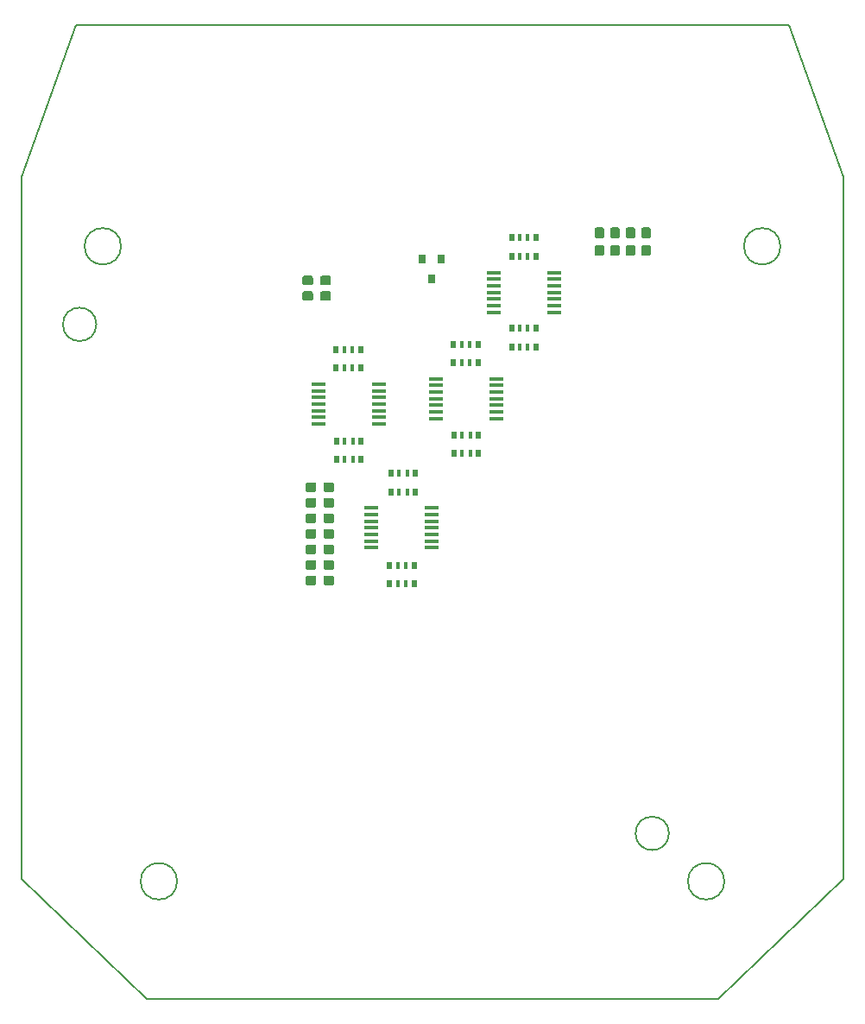
<source format=gbr>
G04 #@! TF.GenerationSoftware,KiCad,Pcbnew,(5.1.0-rc2-21-g16b3c80a7)*
G04 #@! TF.CreationDate,2019-06-05T23:58:20+02:00*
G04 #@! TF.ProjectId,microRusEfi,6d696372-6f52-4757-9345-66692e6b6963,R0.1*
G04 #@! TF.SameCoordinates,Original*
G04 #@! TF.FileFunction,Paste,Bot*
G04 #@! TF.FilePolarity,Positive*
%FSLAX46Y46*%
G04 Gerber Fmt 4.6, Leading zero omitted, Abs format (unit mm)*
G04 Created by KiCad (PCBNEW (5.1.0-rc2-21-g16b3c80a7)) date 2019-06-05 23:58:20*
%MOMM*%
%LPD*%
G04 APERTURE LIST*
%ADD10C,0.200000*%
%ADD11R,0.800000X0.900000*%
%ADD12C,0.100000*%
%ADD13C,0.950000*%
%ADD14R,0.500000X0.800000*%
%ADD15R,0.400000X0.800000*%
%ADD16R,1.450000X0.450000*%
G04 APERTURE END LIST*
D10*
X20600000Y-35538500D02*
X25895900Y-20600000D01*
X32844596Y-116072400D02*
X20601600Y-104381342D01*
X101188000Y-35538500D02*
X95841300Y-20600000D01*
X101189600Y-104381342D02*
X88946604Y-116072400D01*
X25895900Y-20600000D02*
X95841300Y-20600000D01*
X101188000Y-35538500D02*
X101189600Y-104381342D01*
X20600000Y-35538500D02*
X20601600Y-104381342D01*
X84085800Y-99870300D02*
G75*
G03X84085800Y-99870300I-1638300J0D01*
G01*
X32844596Y-116072400D02*
X88946604Y-116072400D01*
X27926400Y-49959301D02*
G75*
G03X27926400Y-49959301I-1638300J0D01*
G01*
X89521400Y-104569300D02*
G75*
G03X89521400Y-104569300I-1790700J0D01*
G01*
X95020499Y-42301200D02*
G75*
G03X95020499Y-42301200I-1790700J0D01*
G01*
X30352101Y-42301200D02*
G75*
G03X30352101Y-42301200I-1790700J0D01*
G01*
X35851200Y-104569300D02*
G75*
G03X35851200Y-104569300I-1790700J0D01*
G01*
D11*
X60833000Y-45513500D03*
X61783000Y-43513500D03*
X59883000Y-43513500D03*
D12*
G36*
X51030779Y-70011944D02*
G01*
X51053834Y-70015363D01*
X51076443Y-70021027D01*
X51098387Y-70028879D01*
X51119457Y-70038844D01*
X51139448Y-70050826D01*
X51158168Y-70064710D01*
X51175438Y-70080362D01*
X51191090Y-70097632D01*
X51204974Y-70116352D01*
X51216956Y-70136343D01*
X51226921Y-70157413D01*
X51234773Y-70179357D01*
X51240437Y-70201966D01*
X51243856Y-70225021D01*
X51245000Y-70248300D01*
X51245000Y-70723300D01*
X51243856Y-70746579D01*
X51240437Y-70769634D01*
X51234773Y-70792243D01*
X51226921Y-70814187D01*
X51216956Y-70835257D01*
X51204974Y-70855248D01*
X51191090Y-70873968D01*
X51175438Y-70891238D01*
X51158168Y-70906890D01*
X51139448Y-70920774D01*
X51119457Y-70932756D01*
X51098387Y-70942721D01*
X51076443Y-70950573D01*
X51053834Y-70956237D01*
X51030779Y-70959656D01*
X51007500Y-70960800D01*
X50432500Y-70960800D01*
X50409221Y-70959656D01*
X50386166Y-70956237D01*
X50363557Y-70950573D01*
X50341613Y-70942721D01*
X50320543Y-70932756D01*
X50300552Y-70920774D01*
X50281832Y-70906890D01*
X50264562Y-70891238D01*
X50248910Y-70873968D01*
X50235026Y-70855248D01*
X50223044Y-70835257D01*
X50213079Y-70814187D01*
X50205227Y-70792243D01*
X50199563Y-70769634D01*
X50196144Y-70746579D01*
X50195000Y-70723300D01*
X50195000Y-70248300D01*
X50196144Y-70225021D01*
X50199563Y-70201966D01*
X50205227Y-70179357D01*
X50213079Y-70157413D01*
X50223044Y-70136343D01*
X50235026Y-70116352D01*
X50248910Y-70097632D01*
X50264562Y-70080362D01*
X50281832Y-70064710D01*
X50300552Y-70050826D01*
X50320543Y-70038844D01*
X50341613Y-70028879D01*
X50363557Y-70021027D01*
X50386166Y-70015363D01*
X50409221Y-70011944D01*
X50432500Y-70010800D01*
X51007500Y-70010800D01*
X51030779Y-70011944D01*
X51030779Y-70011944D01*
G37*
D13*
X50720000Y-70485800D03*
D12*
G36*
X49280779Y-70011944D02*
G01*
X49303834Y-70015363D01*
X49326443Y-70021027D01*
X49348387Y-70028879D01*
X49369457Y-70038844D01*
X49389448Y-70050826D01*
X49408168Y-70064710D01*
X49425438Y-70080362D01*
X49441090Y-70097632D01*
X49454974Y-70116352D01*
X49466956Y-70136343D01*
X49476921Y-70157413D01*
X49484773Y-70179357D01*
X49490437Y-70201966D01*
X49493856Y-70225021D01*
X49495000Y-70248300D01*
X49495000Y-70723300D01*
X49493856Y-70746579D01*
X49490437Y-70769634D01*
X49484773Y-70792243D01*
X49476921Y-70814187D01*
X49466956Y-70835257D01*
X49454974Y-70855248D01*
X49441090Y-70873968D01*
X49425438Y-70891238D01*
X49408168Y-70906890D01*
X49389448Y-70920774D01*
X49369457Y-70932756D01*
X49348387Y-70942721D01*
X49326443Y-70950573D01*
X49303834Y-70956237D01*
X49280779Y-70959656D01*
X49257500Y-70960800D01*
X48682500Y-70960800D01*
X48659221Y-70959656D01*
X48636166Y-70956237D01*
X48613557Y-70950573D01*
X48591613Y-70942721D01*
X48570543Y-70932756D01*
X48550552Y-70920774D01*
X48531832Y-70906890D01*
X48514562Y-70891238D01*
X48498910Y-70873968D01*
X48485026Y-70855248D01*
X48473044Y-70835257D01*
X48463079Y-70814187D01*
X48455227Y-70792243D01*
X48449563Y-70769634D01*
X48446144Y-70746579D01*
X48445000Y-70723300D01*
X48445000Y-70248300D01*
X48446144Y-70225021D01*
X48449563Y-70201966D01*
X48455227Y-70179357D01*
X48463079Y-70157413D01*
X48473044Y-70136343D01*
X48485026Y-70116352D01*
X48498910Y-70097632D01*
X48514562Y-70080362D01*
X48531832Y-70064710D01*
X48550552Y-70050826D01*
X48570543Y-70038844D01*
X48591613Y-70028879D01*
X48613557Y-70021027D01*
X48636166Y-70015363D01*
X48659221Y-70011944D01*
X48682500Y-70010800D01*
X49257500Y-70010800D01*
X49280779Y-70011944D01*
X49280779Y-70011944D01*
G37*
D13*
X48970000Y-70485800D03*
D12*
G36*
X49280779Y-65439944D02*
G01*
X49303834Y-65443363D01*
X49326443Y-65449027D01*
X49348387Y-65456879D01*
X49369457Y-65466844D01*
X49389448Y-65478826D01*
X49408168Y-65492710D01*
X49425438Y-65508362D01*
X49441090Y-65525632D01*
X49454974Y-65544352D01*
X49466956Y-65564343D01*
X49476921Y-65585413D01*
X49484773Y-65607357D01*
X49490437Y-65629966D01*
X49493856Y-65653021D01*
X49495000Y-65676300D01*
X49495000Y-66151300D01*
X49493856Y-66174579D01*
X49490437Y-66197634D01*
X49484773Y-66220243D01*
X49476921Y-66242187D01*
X49466956Y-66263257D01*
X49454974Y-66283248D01*
X49441090Y-66301968D01*
X49425438Y-66319238D01*
X49408168Y-66334890D01*
X49389448Y-66348774D01*
X49369457Y-66360756D01*
X49348387Y-66370721D01*
X49326443Y-66378573D01*
X49303834Y-66384237D01*
X49280779Y-66387656D01*
X49257500Y-66388800D01*
X48682500Y-66388800D01*
X48659221Y-66387656D01*
X48636166Y-66384237D01*
X48613557Y-66378573D01*
X48591613Y-66370721D01*
X48570543Y-66360756D01*
X48550552Y-66348774D01*
X48531832Y-66334890D01*
X48514562Y-66319238D01*
X48498910Y-66301968D01*
X48485026Y-66283248D01*
X48473044Y-66263257D01*
X48463079Y-66242187D01*
X48455227Y-66220243D01*
X48449563Y-66197634D01*
X48446144Y-66174579D01*
X48445000Y-66151300D01*
X48445000Y-65676300D01*
X48446144Y-65653021D01*
X48449563Y-65629966D01*
X48455227Y-65607357D01*
X48463079Y-65585413D01*
X48473044Y-65564343D01*
X48485026Y-65544352D01*
X48498910Y-65525632D01*
X48514562Y-65508362D01*
X48531832Y-65492710D01*
X48550552Y-65478826D01*
X48570543Y-65466844D01*
X48591613Y-65456879D01*
X48613557Y-65449027D01*
X48636166Y-65443363D01*
X48659221Y-65439944D01*
X48682500Y-65438800D01*
X49257500Y-65438800D01*
X49280779Y-65439944D01*
X49280779Y-65439944D01*
G37*
D13*
X48970000Y-65913800D03*
D12*
G36*
X51030779Y-65439944D02*
G01*
X51053834Y-65443363D01*
X51076443Y-65449027D01*
X51098387Y-65456879D01*
X51119457Y-65466844D01*
X51139448Y-65478826D01*
X51158168Y-65492710D01*
X51175438Y-65508362D01*
X51191090Y-65525632D01*
X51204974Y-65544352D01*
X51216956Y-65564343D01*
X51226921Y-65585413D01*
X51234773Y-65607357D01*
X51240437Y-65629966D01*
X51243856Y-65653021D01*
X51245000Y-65676300D01*
X51245000Y-66151300D01*
X51243856Y-66174579D01*
X51240437Y-66197634D01*
X51234773Y-66220243D01*
X51226921Y-66242187D01*
X51216956Y-66263257D01*
X51204974Y-66283248D01*
X51191090Y-66301968D01*
X51175438Y-66319238D01*
X51158168Y-66334890D01*
X51139448Y-66348774D01*
X51119457Y-66360756D01*
X51098387Y-66370721D01*
X51076443Y-66378573D01*
X51053834Y-66384237D01*
X51030779Y-66387656D01*
X51007500Y-66388800D01*
X50432500Y-66388800D01*
X50409221Y-66387656D01*
X50386166Y-66384237D01*
X50363557Y-66378573D01*
X50341613Y-66370721D01*
X50320543Y-66360756D01*
X50300552Y-66348774D01*
X50281832Y-66334890D01*
X50264562Y-66319238D01*
X50248910Y-66301968D01*
X50235026Y-66283248D01*
X50223044Y-66263257D01*
X50213079Y-66242187D01*
X50205227Y-66220243D01*
X50199563Y-66197634D01*
X50196144Y-66174579D01*
X50195000Y-66151300D01*
X50195000Y-65676300D01*
X50196144Y-65653021D01*
X50199563Y-65629966D01*
X50205227Y-65607357D01*
X50213079Y-65585413D01*
X50223044Y-65564343D01*
X50235026Y-65544352D01*
X50248910Y-65525632D01*
X50264562Y-65508362D01*
X50281832Y-65492710D01*
X50300552Y-65478826D01*
X50320543Y-65466844D01*
X50341613Y-65456879D01*
X50363557Y-65449027D01*
X50386166Y-65443363D01*
X50409221Y-65439944D01*
X50432500Y-65438800D01*
X51007500Y-65438800D01*
X51030779Y-65439944D01*
X51030779Y-65439944D01*
G37*
D13*
X50720000Y-65913800D03*
D12*
G36*
X51030779Y-74583944D02*
G01*
X51053834Y-74587363D01*
X51076443Y-74593027D01*
X51098387Y-74600879D01*
X51119457Y-74610844D01*
X51139448Y-74622826D01*
X51158168Y-74636710D01*
X51175438Y-74652362D01*
X51191090Y-74669632D01*
X51204974Y-74688352D01*
X51216956Y-74708343D01*
X51226921Y-74729413D01*
X51234773Y-74751357D01*
X51240437Y-74773966D01*
X51243856Y-74797021D01*
X51245000Y-74820300D01*
X51245000Y-75295300D01*
X51243856Y-75318579D01*
X51240437Y-75341634D01*
X51234773Y-75364243D01*
X51226921Y-75386187D01*
X51216956Y-75407257D01*
X51204974Y-75427248D01*
X51191090Y-75445968D01*
X51175438Y-75463238D01*
X51158168Y-75478890D01*
X51139448Y-75492774D01*
X51119457Y-75504756D01*
X51098387Y-75514721D01*
X51076443Y-75522573D01*
X51053834Y-75528237D01*
X51030779Y-75531656D01*
X51007500Y-75532800D01*
X50432500Y-75532800D01*
X50409221Y-75531656D01*
X50386166Y-75528237D01*
X50363557Y-75522573D01*
X50341613Y-75514721D01*
X50320543Y-75504756D01*
X50300552Y-75492774D01*
X50281832Y-75478890D01*
X50264562Y-75463238D01*
X50248910Y-75445968D01*
X50235026Y-75427248D01*
X50223044Y-75407257D01*
X50213079Y-75386187D01*
X50205227Y-75364243D01*
X50199563Y-75341634D01*
X50196144Y-75318579D01*
X50195000Y-75295300D01*
X50195000Y-74820300D01*
X50196144Y-74797021D01*
X50199563Y-74773966D01*
X50205227Y-74751357D01*
X50213079Y-74729413D01*
X50223044Y-74708343D01*
X50235026Y-74688352D01*
X50248910Y-74669632D01*
X50264562Y-74652362D01*
X50281832Y-74636710D01*
X50300552Y-74622826D01*
X50320543Y-74610844D01*
X50341613Y-74600879D01*
X50363557Y-74593027D01*
X50386166Y-74587363D01*
X50409221Y-74583944D01*
X50432500Y-74582800D01*
X51007500Y-74582800D01*
X51030779Y-74583944D01*
X51030779Y-74583944D01*
G37*
D13*
X50720000Y-75057800D03*
D12*
G36*
X49280779Y-74583944D02*
G01*
X49303834Y-74587363D01*
X49326443Y-74593027D01*
X49348387Y-74600879D01*
X49369457Y-74610844D01*
X49389448Y-74622826D01*
X49408168Y-74636710D01*
X49425438Y-74652362D01*
X49441090Y-74669632D01*
X49454974Y-74688352D01*
X49466956Y-74708343D01*
X49476921Y-74729413D01*
X49484773Y-74751357D01*
X49490437Y-74773966D01*
X49493856Y-74797021D01*
X49495000Y-74820300D01*
X49495000Y-75295300D01*
X49493856Y-75318579D01*
X49490437Y-75341634D01*
X49484773Y-75364243D01*
X49476921Y-75386187D01*
X49466956Y-75407257D01*
X49454974Y-75427248D01*
X49441090Y-75445968D01*
X49425438Y-75463238D01*
X49408168Y-75478890D01*
X49389448Y-75492774D01*
X49369457Y-75504756D01*
X49348387Y-75514721D01*
X49326443Y-75522573D01*
X49303834Y-75528237D01*
X49280779Y-75531656D01*
X49257500Y-75532800D01*
X48682500Y-75532800D01*
X48659221Y-75531656D01*
X48636166Y-75528237D01*
X48613557Y-75522573D01*
X48591613Y-75514721D01*
X48570543Y-75504756D01*
X48550552Y-75492774D01*
X48531832Y-75478890D01*
X48514562Y-75463238D01*
X48498910Y-75445968D01*
X48485026Y-75427248D01*
X48473044Y-75407257D01*
X48463079Y-75386187D01*
X48455227Y-75364243D01*
X48449563Y-75341634D01*
X48446144Y-75318579D01*
X48445000Y-75295300D01*
X48445000Y-74820300D01*
X48446144Y-74797021D01*
X48449563Y-74773966D01*
X48455227Y-74751357D01*
X48463079Y-74729413D01*
X48473044Y-74708343D01*
X48485026Y-74688352D01*
X48498910Y-74669632D01*
X48514562Y-74652362D01*
X48531832Y-74636710D01*
X48550552Y-74622826D01*
X48570543Y-74610844D01*
X48591613Y-74600879D01*
X48613557Y-74593027D01*
X48636166Y-74587363D01*
X48659221Y-74583944D01*
X48682500Y-74582800D01*
X49257500Y-74582800D01*
X49280779Y-74583944D01*
X49280779Y-74583944D01*
G37*
D13*
X48970000Y-75057800D03*
D12*
G36*
X51030779Y-73059944D02*
G01*
X51053834Y-73063363D01*
X51076443Y-73069027D01*
X51098387Y-73076879D01*
X51119457Y-73086844D01*
X51139448Y-73098826D01*
X51158168Y-73112710D01*
X51175438Y-73128362D01*
X51191090Y-73145632D01*
X51204974Y-73164352D01*
X51216956Y-73184343D01*
X51226921Y-73205413D01*
X51234773Y-73227357D01*
X51240437Y-73249966D01*
X51243856Y-73273021D01*
X51245000Y-73296300D01*
X51245000Y-73771300D01*
X51243856Y-73794579D01*
X51240437Y-73817634D01*
X51234773Y-73840243D01*
X51226921Y-73862187D01*
X51216956Y-73883257D01*
X51204974Y-73903248D01*
X51191090Y-73921968D01*
X51175438Y-73939238D01*
X51158168Y-73954890D01*
X51139448Y-73968774D01*
X51119457Y-73980756D01*
X51098387Y-73990721D01*
X51076443Y-73998573D01*
X51053834Y-74004237D01*
X51030779Y-74007656D01*
X51007500Y-74008800D01*
X50432500Y-74008800D01*
X50409221Y-74007656D01*
X50386166Y-74004237D01*
X50363557Y-73998573D01*
X50341613Y-73990721D01*
X50320543Y-73980756D01*
X50300552Y-73968774D01*
X50281832Y-73954890D01*
X50264562Y-73939238D01*
X50248910Y-73921968D01*
X50235026Y-73903248D01*
X50223044Y-73883257D01*
X50213079Y-73862187D01*
X50205227Y-73840243D01*
X50199563Y-73817634D01*
X50196144Y-73794579D01*
X50195000Y-73771300D01*
X50195000Y-73296300D01*
X50196144Y-73273021D01*
X50199563Y-73249966D01*
X50205227Y-73227357D01*
X50213079Y-73205413D01*
X50223044Y-73184343D01*
X50235026Y-73164352D01*
X50248910Y-73145632D01*
X50264562Y-73128362D01*
X50281832Y-73112710D01*
X50300552Y-73098826D01*
X50320543Y-73086844D01*
X50341613Y-73076879D01*
X50363557Y-73069027D01*
X50386166Y-73063363D01*
X50409221Y-73059944D01*
X50432500Y-73058800D01*
X51007500Y-73058800D01*
X51030779Y-73059944D01*
X51030779Y-73059944D01*
G37*
D13*
X50720000Y-73533800D03*
D12*
G36*
X49280779Y-73059944D02*
G01*
X49303834Y-73063363D01*
X49326443Y-73069027D01*
X49348387Y-73076879D01*
X49369457Y-73086844D01*
X49389448Y-73098826D01*
X49408168Y-73112710D01*
X49425438Y-73128362D01*
X49441090Y-73145632D01*
X49454974Y-73164352D01*
X49466956Y-73184343D01*
X49476921Y-73205413D01*
X49484773Y-73227357D01*
X49490437Y-73249966D01*
X49493856Y-73273021D01*
X49495000Y-73296300D01*
X49495000Y-73771300D01*
X49493856Y-73794579D01*
X49490437Y-73817634D01*
X49484773Y-73840243D01*
X49476921Y-73862187D01*
X49466956Y-73883257D01*
X49454974Y-73903248D01*
X49441090Y-73921968D01*
X49425438Y-73939238D01*
X49408168Y-73954890D01*
X49389448Y-73968774D01*
X49369457Y-73980756D01*
X49348387Y-73990721D01*
X49326443Y-73998573D01*
X49303834Y-74004237D01*
X49280779Y-74007656D01*
X49257500Y-74008800D01*
X48682500Y-74008800D01*
X48659221Y-74007656D01*
X48636166Y-74004237D01*
X48613557Y-73998573D01*
X48591613Y-73990721D01*
X48570543Y-73980756D01*
X48550552Y-73968774D01*
X48531832Y-73954890D01*
X48514562Y-73939238D01*
X48498910Y-73921968D01*
X48485026Y-73903248D01*
X48473044Y-73883257D01*
X48463079Y-73862187D01*
X48455227Y-73840243D01*
X48449563Y-73817634D01*
X48446144Y-73794579D01*
X48445000Y-73771300D01*
X48445000Y-73296300D01*
X48446144Y-73273021D01*
X48449563Y-73249966D01*
X48455227Y-73227357D01*
X48463079Y-73205413D01*
X48473044Y-73184343D01*
X48485026Y-73164352D01*
X48498910Y-73145632D01*
X48514562Y-73128362D01*
X48531832Y-73112710D01*
X48550552Y-73098826D01*
X48570543Y-73086844D01*
X48591613Y-73076879D01*
X48613557Y-73069027D01*
X48636166Y-73063363D01*
X48659221Y-73059944D01*
X48682500Y-73058800D01*
X49257500Y-73058800D01*
X49280779Y-73059944D01*
X49280779Y-73059944D01*
G37*
D13*
X48970000Y-73533800D03*
D12*
G36*
X51030779Y-71535944D02*
G01*
X51053834Y-71539363D01*
X51076443Y-71545027D01*
X51098387Y-71552879D01*
X51119457Y-71562844D01*
X51139448Y-71574826D01*
X51158168Y-71588710D01*
X51175438Y-71604362D01*
X51191090Y-71621632D01*
X51204974Y-71640352D01*
X51216956Y-71660343D01*
X51226921Y-71681413D01*
X51234773Y-71703357D01*
X51240437Y-71725966D01*
X51243856Y-71749021D01*
X51245000Y-71772300D01*
X51245000Y-72247300D01*
X51243856Y-72270579D01*
X51240437Y-72293634D01*
X51234773Y-72316243D01*
X51226921Y-72338187D01*
X51216956Y-72359257D01*
X51204974Y-72379248D01*
X51191090Y-72397968D01*
X51175438Y-72415238D01*
X51158168Y-72430890D01*
X51139448Y-72444774D01*
X51119457Y-72456756D01*
X51098387Y-72466721D01*
X51076443Y-72474573D01*
X51053834Y-72480237D01*
X51030779Y-72483656D01*
X51007500Y-72484800D01*
X50432500Y-72484800D01*
X50409221Y-72483656D01*
X50386166Y-72480237D01*
X50363557Y-72474573D01*
X50341613Y-72466721D01*
X50320543Y-72456756D01*
X50300552Y-72444774D01*
X50281832Y-72430890D01*
X50264562Y-72415238D01*
X50248910Y-72397968D01*
X50235026Y-72379248D01*
X50223044Y-72359257D01*
X50213079Y-72338187D01*
X50205227Y-72316243D01*
X50199563Y-72293634D01*
X50196144Y-72270579D01*
X50195000Y-72247300D01*
X50195000Y-71772300D01*
X50196144Y-71749021D01*
X50199563Y-71725966D01*
X50205227Y-71703357D01*
X50213079Y-71681413D01*
X50223044Y-71660343D01*
X50235026Y-71640352D01*
X50248910Y-71621632D01*
X50264562Y-71604362D01*
X50281832Y-71588710D01*
X50300552Y-71574826D01*
X50320543Y-71562844D01*
X50341613Y-71552879D01*
X50363557Y-71545027D01*
X50386166Y-71539363D01*
X50409221Y-71535944D01*
X50432500Y-71534800D01*
X51007500Y-71534800D01*
X51030779Y-71535944D01*
X51030779Y-71535944D01*
G37*
D13*
X50720000Y-72009800D03*
D12*
G36*
X49280779Y-71535944D02*
G01*
X49303834Y-71539363D01*
X49326443Y-71545027D01*
X49348387Y-71552879D01*
X49369457Y-71562844D01*
X49389448Y-71574826D01*
X49408168Y-71588710D01*
X49425438Y-71604362D01*
X49441090Y-71621632D01*
X49454974Y-71640352D01*
X49466956Y-71660343D01*
X49476921Y-71681413D01*
X49484773Y-71703357D01*
X49490437Y-71725966D01*
X49493856Y-71749021D01*
X49495000Y-71772300D01*
X49495000Y-72247300D01*
X49493856Y-72270579D01*
X49490437Y-72293634D01*
X49484773Y-72316243D01*
X49476921Y-72338187D01*
X49466956Y-72359257D01*
X49454974Y-72379248D01*
X49441090Y-72397968D01*
X49425438Y-72415238D01*
X49408168Y-72430890D01*
X49389448Y-72444774D01*
X49369457Y-72456756D01*
X49348387Y-72466721D01*
X49326443Y-72474573D01*
X49303834Y-72480237D01*
X49280779Y-72483656D01*
X49257500Y-72484800D01*
X48682500Y-72484800D01*
X48659221Y-72483656D01*
X48636166Y-72480237D01*
X48613557Y-72474573D01*
X48591613Y-72466721D01*
X48570543Y-72456756D01*
X48550552Y-72444774D01*
X48531832Y-72430890D01*
X48514562Y-72415238D01*
X48498910Y-72397968D01*
X48485026Y-72379248D01*
X48473044Y-72359257D01*
X48463079Y-72338187D01*
X48455227Y-72316243D01*
X48449563Y-72293634D01*
X48446144Y-72270579D01*
X48445000Y-72247300D01*
X48445000Y-71772300D01*
X48446144Y-71749021D01*
X48449563Y-71725966D01*
X48455227Y-71703357D01*
X48463079Y-71681413D01*
X48473044Y-71660343D01*
X48485026Y-71640352D01*
X48498910Y-71621632D01*
X48514562Y-71604362D01*
X48531832Y-71588710D01*
X48550552Y-71574826D01*
X48570543Y-71562844D01*
X48591613Y-71552879D01*
X48613557Y-71545027D01*
X48636166Y-71539363D01*
X48659221Y-71535944D01*
X48682500Y-71534800D01*
X49257500Y-71534800D01*
X49280779Y-71535944D01*
X49280779Y-71535944D01*
G37*
D13*
X48970000Y-72009800D03*
D12*
G36*
X49280779Y-68487944D02*
G01*
X49303834Y-68491363D01*
X49326443Y-68497027D01*
X49348387Y-68504879D01*
X49369457Y-68514844D01*
X49389448Y-68526826D01*
X49408168Y-68540710D01*
X49425438Y-68556362D01*
X49441090Y-68573632D01*
X49454974Y-68592352D01*
X49466956Y-68612343D01*
X49476921Y-68633413D01*
X49484773Y-68655357D01*
X49490437Y-68677966D01*
X49493856Y-68701021D01*
X49495000Y-68724300D01*
X49495000Y-69199300D01*
X49493856Y-69222579D01*
X49490437Y-69245634D01*
X49484773Y-69268243D01*
X49476921Y-69290187D01*
X49466956Y-69311257D01*
X49454974Y-69331248D01*
X49441090Y-69349968D01*
X49425438Y-69367238D01*
X49408168Y-69382890D01*
X49389448Y-69396774D01*
X49369457Y-69408756D01*
X49348387Y-69418721D01*
X49326443Y-69426573D01*
X49303834Y-69432237D01*
X49280779Y-69435656D01*
X49257500Y-69436800D01*
X48682500Y-69436800D01*
X48659221Y-69435656D01*
X48636166Y-69432237D01*
X48613557Y-69426573D01*
X48591613Y-69418721D01*
X48570543Y-69408756D01*
X48550552Y-69396774D01*
X48531832Y-69382890D01*
X48514562Y-69367238D01*
X48498910Y-69349968D01*
X48485026Y-69331248D01*
X48473044Y-69311257D01*
X48463079Y-69290187D01*
X48455227Y-69268243D01*
X48449563Y-69245634D01*
X48446144Y-69222579D01*
X48445000Y-69199300D01*
X48445000Y-68724300D01*
X48446144Y-68701021D01*
X48449563Y-68677966D01*
X48455227Y-68655357D01*
X48463079Y-68633413D01*
X48473044Y-68612343D01*
X48485026Y-68592352D01*
X48498910Y-68573632D01*
X48514562Y-68556362D01*
X48531832Y-68540710D01*
X48550552Y-68526826D01*
X48570543Y-68514844D01*
X48591613Y-68504879D01*
X48613557Y-68497027D01*
X48636166Y-68491363D01*
X48659221Y-68487944D01*
X48682500Y-68486800D01*
X49257500Y-68486800D01*
X49280779Y-68487944D01*
X49280779Y-68487944D01*
G37*
D13*
X48970000Y-68961800D03*
D12*
G36*
X51030779Y-68487944D02*
G01*
X51053834Y-68491363D01*
X51076443Y-68497027D01*
X51098387Y-68504879D01*
X51119457Y-68514844D01*
X51139448Y-68526826D01*
X51158168Y-68540710D01*
X51175438Y-68556362D01*
X51191090Y-68573632D01*
X51204974Y-68592352D01*
X51216956Y-68612343D01*
X51226921Y-68633413D01*
X51234773Y-68655357D01*
X51240437Y-68677966D01*
X51243856Y-68701021D01*
X51245000Y-68724300D01*
X51245000Y-69199300D01*
X51243856Y-69222579D01*
X51240437Y-69245634D01*
X51234773Y-69268243D01*
X51226921Y-69290187D01*
X51216956Y-69311257D01*
X51204974Y-69331248D01*
X51191090Y-69349968D01*
X51175438Y-69367238D01*
X51158168Y-69382890D01*
X51139448Y-69396774D01*
X51119457Y-69408756D01*
X51098387Y-69418721D01*
X51076443Y-69426573D01*
X51053834Y-69432237D01*
X51030779Y-69435656D01*
X51007500Y-69436800D01*
X50432500Y-69436800D01*
X50409221Y-69435656D01*
X50386166Y-69432237D01*
X50363557Y-69426573D01*
X50341613Y-69418721D01*
X50320543Y-69408756D01*
X50300552Y-69396774D01*
X50281832Y-69382890D01*
X50264562Y-69367238D01*
X50248910Y-69349968D01*
X50235026Y-69331248D01*
X50223044Y-69311257D01*
X50213079Y-69290187D01*
X50205227Y-69268243D01*
X50199563Y-69245634D01*
X50196144Y-69222579D01*
X50195000Y-69199300D01*
X50195000Y-68724300D01*
X50196144Y-68701021D01*
X50199563Y-68677966D01*
X50205227Y-68655357D01*
X50213079Y-68633413D01*
X50223044Y-68612343D01*
X50235026Y-68592352D01*
X50248910Y-68573632D01*
X50264562Y-68556362D01*
X50281832Y-68540710D01*
X50300552Y-68526826D01*
X50320543Y-68514844D01*
X50341613Y-68504879D01*
X50363557Y-68497027D01*
X50386166Y-68491363D01*
X50409221Y-68487944D01*
X50432500Y-68486800D01*
X51007500Y-68486800D01*
X51030779Y-68487944D01*
X51030779Y-68487944D01*
G37*
D13*
X50720000Y-68961800D03*
D12*
G36*
X49280779Y-66963944D02*
G01*
X49303834Y-66967363D01*
X49326443Y-66973027D01*
X49348387Y-66980879D01*
X49369457Y-66990844D01*
X49389448Y-67002826D01*
X49408168Y-67016710D01*
X49425438Y-67032362D01*
X49441090Y-67049632D01*
X49454974Y-67068352D01*
X49466956Y-67088343D01*
X49476921Y-67109413D01*
X49484773Y-67131357D01*
X49490437Y-67153966D01*
X49493856Y-67177021D01*
X49495000Y-67200300D01*
X49495000Y-67675300D01*
X49493856Y-67698579D01*
X49490437Y-67721634D01*
X49484773Y-67744243D01*
X49476921Y-67766187D01*
X49466956Y-67787257D01*
X49454974Y-67807248D01*
X49441090Y-67825968D01*
X49425438Y-67843238D01*
X49408168Y-67858890D01*
X49389448Y-67872774D01*
X49369457Y-67884756D01*
X49348387Y-67894721D01*
X49326443Y-67902573D01*
X49303834Y-67908237D01*
X49280779Y-67911656D01*
X49257500Y-67912800D01*
X48682500Y-67912800D01*
X48659221Y-67911656D01*
X48636166Y-67908237D01*
X48613557Y-67902573D01*
X48591613Y-67894721D01*
X48570543Y-67884756D01*
X48550552Y-67872774D01*
X48531832Y-67858890D01*
X48514562Y-67843238D01*
X48498910Y-67825968D01*
X48485026Y-67807248D01*
X48473044Y-67787257D01*
X48463079Y-67766187D01*
X48455227Y-67744243D01*
X48449563Y-67721634D01*
X48446144Y-67698579D01*
X48445000Y-67675300D01*
X48445000Y-67200300D01*
X48446144Y-67177021D01*
X48449563Y-67153966D01*
X48455227Y-67131357D01*
X48463079Y-67109413D01*
X48473044Y-67088343D01*
X48485026Y-67068352D01*
X48498910Y-67049632D01*
X48514562Y-67032362D01*
X48531832Y-67016710D01*
X48550552Y-67002826D01*
X48570543Y-66990844D01*
X48591613Y-66980879D01*
X48613557Y-66973027D01*
X48636166Y-66967363D01*
X48659221Y-66963944D01*
X48682500Y-66962800D01*
X49257500Y-66962800D01*
X49280779Y-66963944D01*
X49280779Y-66963944D01*
G37*
D13*
X48970000Y-67437800D03*
D12*
G36*
X51030779Y-66963944D02*
G01*
X51053834Y-66967363D01*
X51076443Y-66973027D01*
X51098387Y-66980879D01*
X51119457Y-66990844D01*
X51139448Y-67002826D01*
X51158168Y-67016710D01*
X51175438Y-67032362D01*
X51191090Y-67049632D01*
X51204974Y-67068352D01*
X51216956Y-67088343D01*
X51226921Y-67109413D01*
X51234773Y-67131357D01*
X51240437Y-67153966D01*
X51243856Y-67177021D01*
X51245000Y-67200300D01*
X51245000Y-67675300D01*
X51243856Y-67698579D01*
X51240437Y-67721634D01*
X51234773Y-67744243D01*
X51226921Y-67766187D01*
X51216956Y-67787257D01*
X51204974Y-67807248D01*
X51191090Y-67825968D01*
X51175438Y-67843238D01*
X51158168Y-67858890D01*
X51139448Y-67872774D01*
X51119457Y-67884756D01*
X51098387Y-67894721D01*
X51076443Y-67902573D01*
X51053834Y-67908237D01*
X51030779Y-67911656D01*
X51007500Y-67912800D01*
X50432500Y-67912800D01*
X50409221Y-67911656D01*
X50386166Y-67908237D01*
X50363557Y-67902573D01*
X50341613Y-67894721D01*
X50320543Y-67884756D01*
X50300552Y-67872774D01*
X50281832Y-67858890D01*
X50264562Y-67843238D01*
X50248910Y-67825968D01*
X50235026Y-67807248D01*
X50223044Y-67787257D01*
X50213079Y-67766187D01*
X50205227Y-67744243D01*
X50199563Y-67721634D01*
X50196144Y-67698579D01*
X50195000Y-67675300D01*
X50195000Y-67200300D01*
X50196144Y-67177021D01*
X50199563Y-67153966D01*
X50205227Y-67131357D01*
X50213079Y-67109413D01*
X50223044Y-67088343D01*
X50235026Y-67068352D01*
X50248910Y-67049632D01*
X50264562Y-67032362D01*
X50281832Y-67016710D01*
X50300552Y-67002826D01*
X50320543Y-66990844D01*
X50341613Y-66980879D01*
X50363557Y-66973027D01*
X50386166Y-66967363D01*
X50409221Y-66963944D01*
X50432500Y-66962800D01*
X51007500Y-66962800D01*
X51030779Y-66963944D01*
X51030779Y-66963944D01*
G37*
D13*
X50720000Y-67437800D03*
D14*
X68647500Y-50358000D03*
D15*
X70247500Y-50358000D03*
X69447500Y-50358000D03*
D14*
X71047500Y-50358000D03*
D15*
X69447500Y-52158000D03*
D14*
X68647500Y-52158000D03*
D15*
X70247500Y-52158000D03*
D14*
X71047500Y-52158000D03*
D16*
X66897500Y-48775600D03*
X66897500Y-48125600D03*
X66897500Y-47475600D03*
X66897500Y-46825600D03*
X66897500Y-46175600D03*
X66897500Y-45525600D03*
X66897500Y-44875600D03*
X72797500Y-44875600D03*
X72797500Y-45525600D03*
X72797500Y-46175600D03*
X72797500Y-46825600D03*
X72797500Y-47475600D03*
X72797500Y-48125600D03*
X72797500Y-48775600D03*
D14*
X68647500Y-41468000D03*
D15*
X70247500Y-41468000D03*
X69447500Y-41468000D03*
D14*
X71047500Y-41468000D03*
D15*
X69447500Y-43268000D03*
D14*
X68647500Y-43268000D03*
D15*
X70247500Y-43268000D03*
D14*
X71047500Y-43268000D03*
D12*
G36*
X82109779Y-40448444D02*
G01*
X82132834Y-40451863D01*
X82155443Y-40457527D01*
X82177387Y-40465379D01*
X82198457Y-40475344D01*
X82218448Y-40487326D01*
X82237168Y-40501210D01*
X82254438Y-40516862D01*
X82270090Y-40534132D01*
X82283974Y-40552852D01*
X82295956Y-40572843D01*
X82305921Y-40593913D01*
X82313773Y-40615857D01*
X82319437Y-40638466D01*
X82322856Y-40661521D01*
X82324000Y-40684800D01*
X82324000Y-41259800D01*
X82322856Y-41283079D01*
X82319437Y-41306134D01*
X82313773Y-41328743D01*
X82305921Y-41350687D01*
X82295956Y-41371757D01*
X82283974Y-41391748D01*
X82270090Y-41410468D01*
X82254438Y-41427738D01*
X82237168Y-41443390D01*
X82218448Y-41457274D01*
X82198457Y-41469256D01*
X82177387Y-41479221D01*
X82155443Y-41487073D01*
X82132834Y-41492737D01*
X82109779Y-41496156D01*
X82086500Y-41497300D01*
X81611500Y-41497300D01*
X81588221Y-41496156D01*
X81565166Y-41492737D01*
X81542557Y-41487073D01*
X81520613Y-41479221D01*
X81499543Y-41469256D01*
X81479552Y-41457274D01*
X81460832Y-41443390D01*
X81443562Y-41427738D01*
X81427910Y-41410468D01*
X81414026Y-41391748D01*
X81402044Y-41371757D01*
X81392079Y-41350687D01*
X81384227Y-41328743D01*
X81378563Y-41306134D01*
X81375144Y-41283079D01*
X81374000Y-41259800D01*
X81374000Y-40684800D01*
X81375144Y-40661521D01*
X81378563Y-40638466D01*
X81384227Y-40615857D01*
X81392079Y-40593913D01*
X81402044Y-40572843D01*
X81414026Y-40552852D01*
X81427910Y-40534132D01*
X81443562Y-40516862D01*
X81460832Y-40501210D01*
X81479552Y-40487326D01*
X81499543Y-40475344D01*
X81520613Y-40465379D01*
X81542557Y-40457527D01*
X81565166Y-40451863D01*
X81588221Y-40448444D01*
X81611500Y-40447300D01*
X82086500Y-40447300D01*
X82109779Y-40448444D01*
X82109779Y-40448444D01*
G37*
D13*
X81849000Y-40972300D03*
D12*
G36*
X82109779Y-42198444D02*
G01*
X82132834Y-42201863D01*
X82155443Y-42207527D01*
X82177387Y-42215379D01*
X82198457Y-42225344D01*
X82218448Y-42237326D01*
X82237168Y-42251210D01*
X82254438Y-42266862D01*
X82270090Y-42284132D01*
X82283974Y-42302852D01*
X82295956Y-42322843D01*
X82305921Y-42343913D01*
X82313773Y-42365857D01*
X82319437Y-42388466D01*
X82322856Y-42411521D01*
X82324000Y-42434800D01*
X82324000Y-43009800D01*
X82322856Y-43033079D01*
X82319437Y-43056134D01*
X82313773Y-43078743D01*
X82305921Y-43100687D01*
X82295956Y-43121757D01*
X82283974Y-43141748D01*
X82270090Y-43160468D01*
X82254438Y-43177738D01*
X82237168Y-43193390D01*
X82218448Y-43207274D01*
X82198457Y-43219256D01*
X82177387Y-43229221D01*
X82155443Y-43237073D01*
X82132834Y-43242737D01*
X82109779Y-43246156D01*
X82086500Y-43247300D01*
X81611500Y-43247300D01*
X81588221Y-43246156D01*
X81565166Y-43242737D01*
X81542557Y-43237073D01*
X81520613Y-43229221D01*
X81499543Y-43219256D01*
X81479552Y-43207274D01*
X81460832Y-43193390D01*
X81443562Y-43177738D01*
X81427910Y-43160468D01*
X81414026Y-43141748D01*
X81402044Y-43121757D01*
X81392079Y-43100687D01*
X81384227Y-43078743D01*
X81378563Y-43056134D01*
X81375144Y-43033079D01*
X81374000Y-43009800D01*
X81374000Y-42434800D01*
X81375144Y-42411521D01*
X81378563Y-42388466D01*
X81384227Y-42365857D01*
X81392079Y-42343913D01*
X81402044Y-42322843D01*
X81414026Y-42302852D01*
X81427910Y-42284132D01*
X81443562Y-42266862D01*
X81460832Y-42251210D01*
X81479552Y-42237326D01*
X81499543Y-42225344D01*
X81520613Y-42215379D01*
X81542557Y-42207527D01*
X81565166Y-42201863D01*
X81588221Y-42198444D01*
X81611500Y-42197300D01*
X82086500Y-42197300D01*
X82109779Y-42198444D01*
X82109779Y-42198444D01*
G37*
D13*
X81849000Y-42722300D03*
D12*
G36*
X80585779Y-40448444D02*
G01*
X80608834Y-40451863D01*
X80631443Y-40457527D01*
X80653387Y-40465379D01*
X80674457Y-40475344D01*
X80694448Y-40487326D01*
X80713168Y-40501210D01*
X80730438Y-40516862D01*
X80746090Y-40534132D01*
X80759974Y-40552852D01*
X80771956Y-40572843D01*
X80781921Y-40593913D01*
X80789773Y-40615857D01*
X80795437Y-40638466D01*
X80798856Y-40661521D01*
X80800000Y-40684800D01*
X80800000Y-41259800D01*
X80798856Y-41283079D01*
X80795437Y-41306134D01*
X80789773Y-41328743D01*
X80781921Y-41350687D01*
X80771956Y-41371757D01*
X80759974Y-41391748D01*
X80746090Y-41410468D01*
X80730438Y-41427738D01*
X80713168Y-41443390D01*
X80694448Y-41457274D01*
X80674457Y-41469256D01*
X80653387Y-41479221D01*
X80631443Y-41487073D01*
X80608834Y-41492737D01*
X80585779Y-41496156D01*
X80562500Y-41497300D01*
X80087500Y-41497300D01*
X80064221Y-41496156D01*
X80041166Y-41492737D01*
X80018557Y-41487073D01*
X79996613Y-41479221D01*
X79975543Y-41469256D01*
X79955552Y-41457274D01*
X79936832Y-41443390D01*
X79919562Y-41427738D01*
X79903910Y-41410468D01*
X79890026Y-41391748D01*
X79878044Y-41371757D01*
X79868079Y-41350687D01*
X79860227Y-41328743D01*
X79854563Y-41306134D01*
X79851144Y-41283079D01*
X79850000Y-41259800D01*
X79850000Y-40684800D01*
X79851144Y-40661521D01*
X79854563Y-40638466D01*
X79860227Y-40615857D01*
X79868079Y-40593913D01*
X79878044Y-40572843D01*
X79890026Y-40552852D01*
X79903910Y-40534132D01*
X79919562Y-40516862D01*
X79936832Y-40501210D01*
X79955552Y-40487326D01*
X79975543Y-40475344D01*
X79996613Y-40465379D01*
X80018557Y-40457527D01*
X80041166Y-40451863D01*
X80064221Y-40448444D01*
X80087500Y-40447300D01*
X80562500Y-40447300D01*
X80585779Y-40448444D01*
X80585779Y-40448444D01*
G37*
D13*
X80325000Y-40972300D03*
D12*
G36*
X80585779Y-42198444D02*
G01*
X80608834Y-42201863D01*
X80631443Y-42207527D01*
X80653387Y-42215379D01*
X80674457Y-42225344D01*
X80694448Y-42237326D01*
X80713168Y-42251210D01*
X80730438Y-42266862D01*
X80746090Y-42284132D01*
X80759974Y-42302852D01*
X80771956Y-42322843D01*
X80781921Y-42343913D01*
X80789773Y-42365857D01*
X80795437Y-42388466D01*
X80798856Y-42411521D01*
X80800000Y-42434800D01*
X80800000Y-43009800D01*
X80798856Y-43033079D01*
X80795437Y-43056134D01*
X80789773Y-43078743D01*
X80781921Y-43100687D01*
X80771956Y-43121757D01*
X80759974Y-43141748D01*
X80746090Y-43160468D01*
X80730438Y-43177738D01*
X80713168Y-43193390D01*
X80694448Y-43207274D01*
X80674457Y-43219256D01*
X80653387Y-43229221D01*
X80631443Y-43237073D01*
X80608834Y-43242737D01*
X80585779Y-43246156D01*
X80562500Y-43247300D01*
X80087500Y-43247300D01*
X80064221Y-43246156D01*
X80041166Y-43242737D01*
X80018557Y-43237073D01*
X79996613Y-43229221D01*
X79975543Y-43219256D01*
X79955552Y-43207274D01*
X79936832Y-43193390D01*
X79919562Y-43177738D01*
X79903910Y-43160468D01*
X79890026Y-43141748D01*
X79878044Y-43121757D01*
X79868079Y-43100687D01*
X79860227Y-43078743D01*
X79854563Y-43056134D01*
X79851144Y-43033079D01*
X79850000Y-43009800D01*
X79850000Y-42434800D01*
X79851144Y-42411521D01*
X79854563Y-42388466D01*
X79860227Y-42365857D01*
X79868079Y-42343913D01*
X79878044Y-42322843D01*
X79890026Y-42302852D01*
X79903910Y-42284132D01*
X79919562Y-42266862D01*
X79936832Y-42251210D01*
X79955552Y-42237326D01*
X79975543Y-42225344D01*
X79996613Y-42215379D01*
X80018557Y-42207527D01*
X80041166Y-42201863D01*
X80064221Y-42198444D01*
X80087500Y-42197300D01*
X80562500Y-42197300D01*
X80585779Y-42198444D01*
X80585779Y-42198444D01*
G37*
D13*
X80325000Y-42722300D03*
D12*
G36*
X79061779Y-40448444D02*
G01*
X79084834Y-40451863D01*
X79107443Y-40457527D01*
X79129387Y-40465379D01*
X79150457Y-40475344D01*
X79170448Y-40487326D01*
X79189168Y-40501210D01*
X79206438Y-40516862D01*
X79222090Y-40534132D01*
X79235974Y-40552852D01*
X79247956Y-40572843D01*
X79257921Y-40593913D01*
X79265773Y-40615857D01*
X79271437Y-40638466D01*
X79274856Y-40661521D01*
X79276000Y-40684800D01*
X79276000Y-41259800D01*
X79274856Y-41283079D01*
X79271437Y-41306134D01*
X79265773Y-41328743D01*
X79257921Y-41350687D01*
X79247956Y-41371757D01*
X79235974Y-41391748D01*
X79222090Y-41410468D01*
X79206438Y-41427738D01*
X79189168Y-41443390D01*
X79170448Y-41457274D01*
X79150457Y-41469256D01*
X79129387Y-41479221D01*
X79107443Y-41487073D01*
X79084834Y-41492737D01*
X79061779Y-41496156D01*
X79038500Y-41497300D01*
X78563500Y-41497300D01*
X78540221Y-41496156D01*
X78517166Y-41492737D01*
X78494557Y-41487073D01*
X78472613Y-41479221D01*
X78451543Y-41469256D01*
X78431552Y-41457274D01*
X78412832Y-41443390D01*
X78395562Y-41427738D01*
X78379910Y-41410468D01*
X78366026Y-41391748D01*
X78354044Y-41371757D01*
X78344079Y-41350687D01*
X78336227Y-41328743D01*
X78330563Y-41306134D01*
X78327144Y-41283079D01*
X78326000Y-41259800D01*
X78326000Y-40684800D01*
X78327144Y-40661521D01*
X78330563Y-40638466D01*
X78336227Y-40615857D01*
X78344079Y-40593913D01*
X78354044Y-40572843D01*
X78366026Y-40552852D01*
X78379910Y-40534132D01*
X78395562Y-40516862D01*
X78412832Y-40501210D01*
X78431552Y-40487326D01*
X78451543Y-40475344D01*
X78472613Y-40465379D01*
X78494557Y-40457527D01*
X78517166Y-40451863D01*
X78540221Y-40448444D01*
X78563500Y-40447300D01*
X79038500Y-40447300D01*
X79061779Y-40448444D01*
X79061779Y-40448444D01*
G37*
D13*
X78801000Y-40972300D03*
D12*
G36*
X79061779Y-42198444D02*
G01*
X79084834Y-42201863D01*
X79107443Y-42207527D01*
X79129387Y-42215379D01*
X79150457Y-42225344D01*
X79170448Y-42237326D01*
X79189168Y-42251210D01*
X79206438Y-42266862D01*
X79222090Y-42284132D01*
X79235974Y-42302852D01*
X79247956Y-42322843D01*
X79257921Y-42343913D01*
X79265773Y-42365857D01*
X79271437Y-42388466D01*
X79274856Y-42411521D01*
X79276000Y-42434800D01*
X79276000Y-43009800D01*
X79274856Y-43033079D01*
X79271437Y-43056134D01*
X79265773Y-43078743D01*
X79257921Y-43100687D01*
X79247956Y-43121757D01*
X79235974Y-43141748D01*
X79222090Y-43160468D01*
X79206438Y-43177738D01*
X79189168Y-43193390D01*
X79170448Y-43207274D01*
X79150457Y-43219256D01*
X79129387Y-43229221D01*
X79107443Y-43237073D01*
X79084834Y-43242737D01*
X79061779Y-43246156D01*
X79038500Y-43247300D01*
X78563500Y-43247300D01*
X78540221Y-43246156D01*
X78517166Y-43242737D01*
X78494557Y-43237073D01*
X78472613Y-43229221D01*
X78451543Y-43219256D01*
X78431552Y-43207274D01*
X78412832Y-43193390D01*
X78395562Y-43177738D01*
X78379910Y-43160468D01*
X78366026Y-43141748D01*
X78354044Y-43121757D01*
X78344079Y-43100687D01*
X78336227Y-43078743D01*
X78330563Y-43056134D01*
X78327144Y-43033079D01*
X78326000Y-43009800D01*
X78326000Y-42434800D01*
X78327144Y-42411521D01*
X78330563Y-42388466D01*
X78336227Y-42365857D01*
X78344079Y-42343913D01*
X78354044Y-42322843D01*
X78366026Y-42302852D01*
X78379910Y-42284132D01*
X78395562Y-42266862D01*
X78412832Y-42251210D01*
X78431552Y-42237326D01*
X78451543Y-42225344D01*
X78472613Y-42215379D01*
X78494557Y-42207527D01*
X78517166Y-42201863D01*
X78540221Y-42198444D01*
X78563500Y-42197300D01*
X79038500Y-42197300D01*
X79061779Y-42198444D01*
X79061779Y-42198444D01*
G37*
D13*
X78801000Y-42722300D03*
D12*
G36*
X77537779Y-40448444D02*
G01*
X77560834Y-40451863D01*
X77583443Y-40457527D01*
X77605387Y-40465379D01*
X77626457Y-40475344D01*
X77646448Y-40487326D01*
X77665168Y-40501210D01*
X77682438Y-40516862D01*
X77698090Y-40534132D01*
X77711974Y-40552852D01*
X77723956Y-40572843D01*
X77733921Y-40593913D01*
X77741773Y-40615857D01*
X77747437Y-40638466D01*
X77750856Y-40661521D01*
X77752000Y-40684800D01*
X77752000Y-41259800D01*
X77750856Y-41283079D01*
X77747437Y-41306134D01*
X77741773Y-41328743D01*
X77733921Y-41350687D01*
X77723956Y-41371757D01*
X77711974Y-41391748D01*
X77698090Y-41410468D01*
X77682438Y-41427738D01*
X77665168Y-41443390D01*
X77646448Y-41457274D01*
X77626457Y-41469256D01*
X77605387Y-41479221D01*
X77583443Y-41487073D01*
X77560834Y-41492737D01*
X77537779Y-41496156D01*
X77514500Y-41497300D01*
X77039500Y-41497300D01*
X77016221Y-41496156D01*
X76993166Y-41492737D01*
X76970557Y-41487073D01*
X76948613Y-41479221D01*
X76927543Y-41469256D01*
X76907552Y-41457274D01*
X76888832Y-41443390D01*
X76871562Y-41427738D01*
X76855910Y-41410468D01*
X76842026Y-41391748D01*
X76830044Y-41371757D01*
X76820079Y-41350687D01*
X76812227Y-41328743D01*
X76806563Y-41306134D01*
X76803144Y-41283079D01*
X76802000Y-41259800D01*
X76802000Y-40684800D01*
X76803144Y-40661521D01*
X76806563Y-40638466D01*
X76812227Y-40615857D01*
X76820079Y-40593913D01*
X76830044Y-40572843D01*
X76842026Y-40552852D01*
X76855910Y-40534132D01*
X76871562Y-40516862D01*
X76888832Y-40501210D01*
X76907552Y-40487326D01*
X76927543Y-40475344D01*
X76948613Y-40465379D01*
X76970557Y-40457527D01*
X76993166Y-40451863D01*
X77016221Y-40448444D01*
X77039500Y-40447300D01*
X77514500Y-40447300D01*
X77537779Y-40448444D01*
X77537779Y-40448444D01*
G37*
D13*
X77277000Y-40972300D03*
D12*
G36*
X77537779Y-42198444D02*
G01*
X77560834Y-42201863D01*
X77583443Y-42207527D01*
X77605387Y-42215379D01*
X77626457Y-42225344D01*
X77646448Y-42237326D01*
X77665168Y-42251210D01*
X77682438Y-42266862D01*
X77698090Y-42284132D01*
X77711974Y-42302852D01*
X77723956Y-42322843D01*
X77733921Y-42343913D01*
X77741773Y-42365857D01*
X77747437Y-42388466D01*
X77750856Y-42411521D01*
X77752000Y-42434800D01*
X77752000Y-43009800D01*
X77750856Y-43033079D01*
X77747437Y-43056134D01*
X77741773Y-43078743D01*
X77733921Y-43100687D01*
X77723956Y-43121757D01*
X77711974Y-43141748D01*
X77698090Y-43160468D01*
X77682438Y-43177738D01*
X77665168Y-43193390D01*
X77646448Y-43207274D01*
X77626457Y-43219256D01*
X77605387Y-43229221D01*
X77583443Y-43237073D01*
X77560834Y-43242737D01*
X77537779Y-43246156D01*
X77514500Y-43247300D01*
X77039500Y-43247300D01*
X77016221Y-43246156D01*
X76993166Y-43242737D01*
X76970557Y-43237073D01*
X76948613Y-43229221D01*
X76927543Y-43219256D01*
X76907552Y-43207274D01*
X76888832Y-43193390D01*
X76871562Y-43177738D01*
X76855910Y-43160468D01*
X76842026Y-43141748D01*
X76830044Y-43121757D01*
X76820079Y-43100687D01*
X76812227Y-43078743D01*
X76806563Y-43056134D01*
X76803144Y-43033079D01*
X76802000Y-43009800D01*
X76802000Y-42434800D01*
X76803144Y-42411521D01*
X76806563Y-42388466D01*
X76812227Y-42365857D01*
X76820079Y-42343913D01*
X76830044Y-42322843D01*
X76842026Y-42302852D01*
X76855910Y-42284132D01*
X76871562Y-42266862D01*
X76888832Y-42251210D01*
X76907552Y-42237326D01*
X76927543Y-42225344D01*
X76948613Y-42215379D01*
X76970557Y-42207527D01*
X76993166Y-42201863D01*
X77016221Y-42198444D01*
X77039500Y-42197300D01*
X77514500Y-42197300D01*
X77537779Y-42198444D01*
X77537779Y-42198444D01*
G37*
D13*
X77277000Y-42722300D03*
D14*
X51502500Y-61394300D03*
D15*
X53102500Y-61394300D03*
X52302500Y-61394300D03*
D14*
X53902500Y-61394300D03*
D15*
X52302500Y-63194300D03*
D14*
X51502500Y-63194300D03*
D15*
X53102500Y-63194300D03*
D14*
X53902500Y-63194300D03*
X51439000Y-52440800D03*
D15*
X53039000Y-52440800D03*
X52239000Y-52440800D03*
D14*
X53839000Y-52440800D03*
D15*
X52239000Y-54240800D03*
D14*
X51439000Y-54240800D03*
D15*
X53039000Y-54240800D03*
D14*
X53839000Y-54240800D03*
X62996000Y-60835500D03*
D15*
X64596000Y-60835500D03*
X63796000Y-60835500D03*
D14*
X65396000Y-60835500D03*
D15*
X63796000Y-62635500D03*
D14*
X62996000Y-62635500D03*
D15*
X64596000Y-62635500D03*
D14*
X65396000Y-62635500D03*
X56684100Y-73624400D03*
D15*
X58284100Y-73624400D03*
X57484100Y-73624400D03*
D14*
X59084100Y-73624400D03*
D15*
X57484100Y-75424400D03*
D14*
X56684100Y-75424400D03*
D15*
X58284100Y-75424400D03*
D14*
X59084100Y-75424400D03*
X62970600Y-51894700D03*
D15*
X64570600Y-51894700D03*
X63770600Y-51894700D03*
D14*
X65370600Y-51894700D03*
D15*
X63770600Y-53694700D03*
D14*
X62970600Y-53694700D03*
D15*
X64570600Y-53694700D03*
D14*
X65370600Y-53694700D03*
X56811100Y-64582000D03*
D15*
X58411100Y-64582000D03*
X57611100Y-64582000D03*
D14*
X59211100Y-64582000D03*
D15*
X57611100Y-66382000D03*
D14*
X56811100Y-66382000D03*
D15*
X58411100Y-66382000D03*
D14*
X59211100Y-66382000D03*
D12*
G36*
X50713279Y-45183444D02*
G01*
X50736334Y-45186863D01*
X50758943Y-45192527D01*
X50780887Y-45200379D01*
X50801957Y-45210344D01*
X50821948Y-45222326D01*
X50840668Y-45236210D01*
X50857938Y-45251862D01*
X50873590Y-45269132D01*
X50887474Y-45287852D01*
X50899456Y-45307843D01*
X50909421Y-45328913D01*
X50917273Y-45350857D01*
X50922937Y-45373466D01*
X50926356Y-45396521D01*
X50927500Y-45419800D01*
X50927500Y-45894800D01*
X50926356Y-45918079D01*
X50922937Y-45941134D01*
X50917273Y-45963743D01*
X50909421Y-45985687D01*
X50899456Y-46006757D01*
X50887474Y-46026748D01*
X50873590Y-46045468D01*
X50857938Y-46062738D01*
X50840668Y-46078390D01*
X50821948Y-46092274D01*
X50801957Y-46104256D01*
X50780887Y-46114221D01*
X50758943Y-46122073D01*
X50736334Y-46127737D01*
X50713279Y-46131156D01*
X50690000Y-46132300D01*
X50115000Y-46132300D01*
X50091721Y-46131156D01*
X50068666Y-46127737D01*
X50046057Y-46122073D01*
X50024113Y-46114221D01*
X50003043Y-46104256D01*
X49983052Y-46092274D01*
X49964332Y-46078390D01*
X49947062Y-46062738D01*
X49931410Y-46045468D01*
X49917526Y-46026748D01*
X49905544Y-46006757D01*
X49895579Y-45985687D01*
X49887727Y-45963743D01*
X49882063Y-45941134D01*
X49878644Y-45918079D01*
X49877500Y-45894800D01*
X49877500Y-45419800D01*
X49878644Y-45396521D01*
X49882063Y-45373466D01*
X49887727Y-45350857D01*
X49895579Y-45328913D01*
X49905544Y-45307843D01*
X49917526Y-45287852D01*
X49931410Y-45269132D01*
X49947062Y-45251862D01*
X49964332Y-45236210D01*
X49983052Y-45222326D01*
X50003043Y-45210344D01*
X50024113Y-45200379D01*
X50046057Y-45192527D01*
X50068666Y-45186863D01*
X50091721Y-45183444D01*
X50115000Y-45182300D01*
X50690000Y-45182300D01*
X50713279Y-45183444D01*
X50713279Y-45183444D01*
G37*
D13*
X50402500Y-45657300D03*
D12*
G36*
X48963279Y-45183444D02*
G01*
X48986334Y-45186863D01*
X49008943Y-45192527D01*
X49030887Y-45200379D01*
X49051957Y-45210344D01*
X49071948Y-45222326D01*
X49090668Y-45236210D01*
X49107938Y-45251862D01*
X49123590Y-45269132D01*
X49137474Y-45287852D01*
X49149456Y-45307843D01*
X49159421Y-45328913D01*
X49167273Y-45350857D01*
X49172937Y-45373466D01*
X49176356Y-45396521D01*
X49177500Y-45419800D01*
X49177500Y-45894800D01*
X49176356Y-45918079D01*
X49172937Y-45941134D01*
X49167273Y-45963743D01*
X49159421Y-45985687D01*
X49149456Y-46006757D01*
X49137474Y-46026748D01*
X49123590Y-46045468D01*
X49107938Y-46062738D01*
X49090668Y-46078390D01*
X49071948Y-46092274D01*
X49051957Y-46104256D01*
X49030887Y-46114221D01*
X49008943Y-46122073D01*
X48986334Y-46127737D01*
X48963279Y-46131156D01*
X48940000Y-46132300D01*
X48365000Y-46132300D01*
X48341721Y-46131156D01*
X48318666Y-46127737D01*
X48296057Y-46122073D01*
X48274113Y-46114221D01*
X48253043Y-46104256D01*
X48233052Y-46092274D01*
X48214332Y-46078390D01*
X48197062Y-46062738D01*
X48181410Y-46045468D01*
X48167526Y-46026748D01*
X48155544Y-46006757D01*
X48145579Y-45985687D01*
X48137727Y-45963743D01*
X48132063Y-45941134D01*
X48128644Y-45918079D01*
X48127500Y-45894800D01*
X48127500Y-45419800D01*
X48128644Y-45396521D01*
X48132063Y-45373466D01*
X48137727Y-45350857D01*
X48145579Y-45328913D01*
X48155544Y-45307843D01*
X48167526Y-45287852D01*
X48181410Y-45269132D01*
X48197062Y-45251862D01*
X48214332Y-45236210D01*
X48233052Y-45222326D01*
X48253043Y-45210344D01*
X48274113Y-45200379D01*
X48296057Y-45192527D01*
X48318666Y-45186863D01*
X48341721Y-45183444D01*
X48365000Y-45182300D01*
X48940000Y-45182300D01*
X48963279Y-45183444D01*
X48963279Y-45183444D01*
G37*
D13*
X48652500Y-45657300D03*
D12*
G36*
X50713279Y-46707444D02*
G01*
X50736334Y-46710863D01*
X50758943Y-46716527D01*
X50780887Y-46724379D01*
X50801957Y-46734344D01*
X50821948Y-46746326D01*
X50840668Y-46760210D01*
X50857938Y-46775862D01*
X50873590Y-46793132D01*
X50887474Y-46811852D01*
X50899456Y-46831843D01*
X50909421Y-46852913D01*
X50917273Y-46874857D01*
X50922937Y-46897466D01*
X50926356Y-46920521D01*
X50927500Y-46943800D01*
X50927500Y-47418800D01*
X50926356Y-47442079D01*
X50922937Y-47465134D01*
X50917273Y-47487743D01*
X50909421Y-47509687D01*
X50899456Y-47530757D01*
X50887474Y-47550748D01*
X50873590Y-47569468D01*
X50857938Y-47586738D01*
X50840668Y-47602390D01*
X50821948Y-47616274D01*
X50801957Y-47628256D01*
X50780887Y-47638221D01*
X50758943Y-47646073D01*
X50736334Y-47651737D01*
X50713279Y-47655156D01*
X50690000Y-47656300D01*
X50115000Y-47656300D01*
X50091721Y-47655156D01*
X50068666Y-47651737D01*
X50046057Y-47646073D01*
X50024113Y-47638221D01*
X50003043Y-47628256D01*
X49983052Y-47616274D01*
X49964332Y-47602390D01*
X49947062Y-47586738D01*
X49931410Y-47569468D01*
X49917526Y-47550748D01*
X49905544Y-47530757D01*
X49895579Y-47509687D01*
X49887727Y-47487743D01*
X49882063Y-47465134D01*
X49878644Y-47442079D01*
X49877500Y-47418800D01*
X49877500Y-46943800D01*
X49878644Y-46920521D01*
X49882063Y-46897466D01*
X49887727Y-46874857D01*
X49895579Y-46852913D01*
X49905544Y-46831843D01*
X49917526Y-46811852D01*
X49931410Y-46793132D01*
X49947062Y-46775862D01*
X49964332Y-46760210D01*
X49983052Y-46746326D01*
X50003043Y-46734344D01*
X50024113Y-46724379D01*
X50046057Y-46716527D01*
X50068666Y-46710863D01*
X50091721Y-46707444D01*
X50115000Y-46706300D01*
X50690000Y-46706300D01*
X50713279Y-46707444D01*
X50713279Y-46707444D01*
G37*
D13*
X50402500Y-47181300D03*
D12*
G36*
X48963279Y-46707444D02*
G01*
X48986334Y-46710863D01*
X49008943Y-46716527D01*
X49030887Y-46724379D01*
X49051957Y-46734344D01*
X49071948Y-46746326D01*
X49090668Y-46760210D01*
X49107938Y-46775862D01*
X49123590Y-46793132D01*
X49137474Y-46811852D01*
X49149456Y-46831843D01*
X49159421Y-46852913D01*
X49167273Y-46874857D01*
X49172937Y-46897466D01*
X49176356Y-46920521D01*
X49177500Y-46943800D01*
X49177500Y-47418800D01*
X49176356Y-47442079D01*
X49172937Y-47465134D01*
X49167273Y-47487743D01*
X49159421Y-47509687D01*
X49149456Y-47530757D01*
X49137474Y-47550748D01*
X49123590Y-47569468D01*
X49107938Y-47586738D01*
X49090668Y-47602390D01*
X49071948Y-47616274D01*
X49051957Y-47628256D01*
X49030887Y-47638221D01*
X49008943Y-47646073D01*
X48986334Y-47651737D01*
X48963279Y-47655156D01*
X48940000Y-47656300D01*
X48365000Y-47656300D01*
X48341721Y-47655156D01*
X48318666Y-47651737D01*
X48296057Y-47646073D01*
X48274113Y-47638221D01*
X48253043Y-47628256D01*
X48233052Y-47616274D01*
X48214332Y-47602390D01*
X48197062Y-47586738D01*
X48181410Y-47569468D01*
X48167526Y-47550748D01*
X48155544Y-47530757D01*
X48145579Y-47509687D01*
X48137727Y-47487743D01*
X48132063Y-47465134D01*
X48128644Y-47442079D01*
X48127500Y-47418800D01*
X48127500Y-46943800D01*
X48128644Y-46920521D01*
X48132063Y-46897466D01*
X48137727Y-46874857D01*
X48145579Y-46852913D01*
X48155544Y-46831843D01*
X48167526Y-46811852D01*
X48181410Y-46793132D01*
X48197062Y-46775862D01*
X48214332Y-46760210D01*
X48233052Y-46746326D01*
X48253043Y-46734344D01*
X48274113Y-46724379D01*
X48296057Y-46716527D01*
X48318666Y-46710863D01*
X48341721Y-46707444D01*
X48365000Y-46706300D01*
X48940000Y-46706300D01*
X48963279Y-46707444D01*
X48963279Y-46707444D01*
G37*
D13*
X48652500Y-47181300D03*
D16*
X49752500Y-59735800D03*
X49752500Y-59085800D03*
X49752500Y-58435800D03*
X49752500Y-57785800D03*
X49752500Y-57135800D03*
X49752500Y-56485800D03*
X49752500Y-55835800D03*
X55652500Y-55835800D03*
X55652500Y-56485800D03*
X55652500Y-57135800D03*
X55652500Y-57785800D03*
X55652500Y-58435800D03*
X55652500Y-59085800D03*
X55652500Y-59735800D03*
X61258700Y-59177000D03*
X61258700Y-58527000D03*
X61258700Y-57877000D03*
X61258700Y-57227000D03*
X61258700Y-56577000D03*
X61258700Y-55927000D03*
X61258700Y-55277000D03*
X67158700Y-55277000D03*
X67158700Y-55927000D03*
X67158700Y-56577000D03*
X67158700Y-57227000D03*
X67158700Y-57877000D03*
X67158700Y-58527000D03*
X67158700Y-59177000D03*
X54921400Y-71864300D03*
X54921400Y-71214300D03*
X54921400Y-70564300D03*
X54921400Y-69914300D03*
X54921400Y-69264300D03*
X54921400Y-68614300D03*
X54921400Y-67964300D03*
X60821400Y-67964300D03*
X60821400Y-68614300D03*
X60821400Y-69264300D03*
X60821400Y-69914300D03*
X60821400Y-70564300D03*
X60821400Y-71214300D03*
X60821400Y-71864300D03*
M02*

</source>
